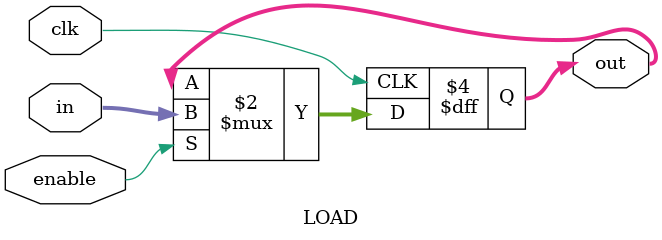
<source format=v>
module LOAD(out, in, enable, clk);
	output reg [7:0] out;
	input [7:0] in;
	input enable, clk;
	
	always@(posedge clk) begin
		if(enable)
			out<=in;
	end
endmodule
</source>
